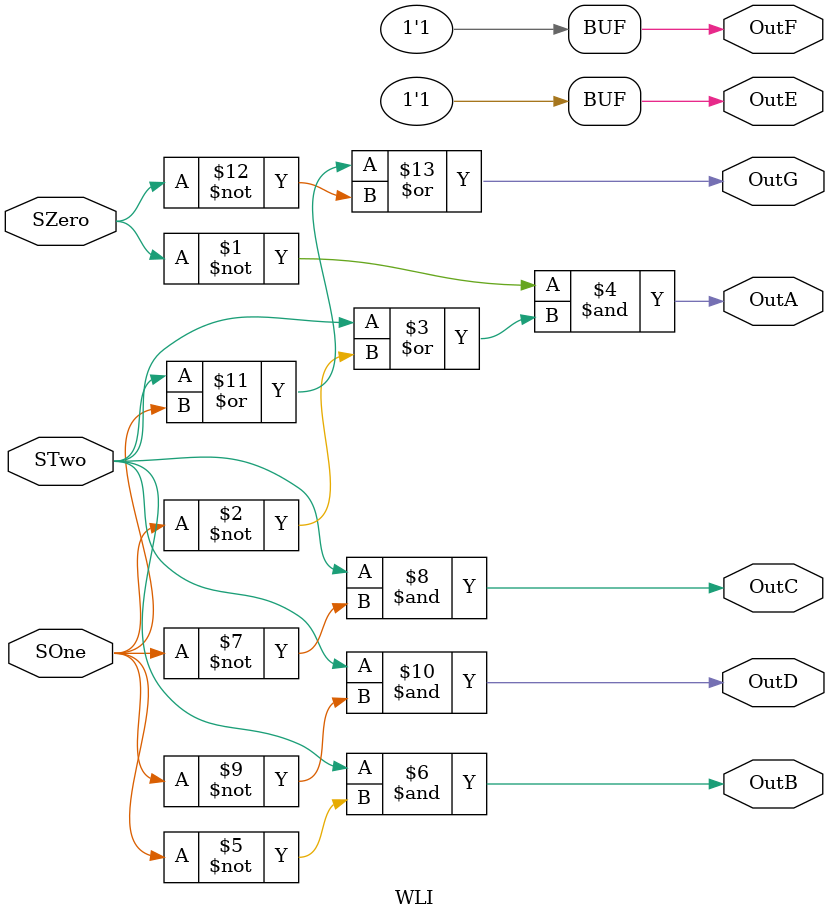
<source format=v>
module WLI (

	 input wire SZero,
    input wire SOne,
	 input wire STwo,
	 output wire OutA,
	 output wire OutB,
	 output wire OutC,
	 output wire OutD,
	 output wire OutE,
	 output wire OutF,
	 output wire OutG
);

	assign OutA = (~SZero) & ( STwo | (~SOne) );
	assign OutB = STwo & (~SOne);
	assign OutC = STwo & (~SOne);
	assign OutD = (STwo) & (~SOne);
	assign OutE = 1'b1;
	assign OutF = 1'b1;
	assign OutG = STwo | (SOne) | (~SZero);
	
endmodule


</source>
